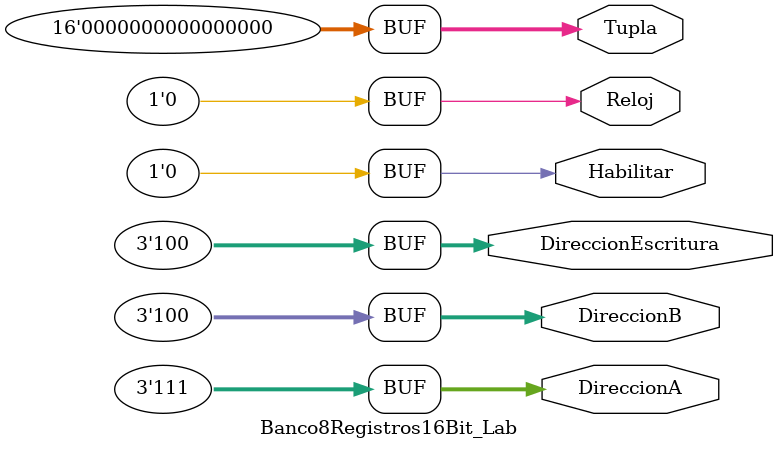
<source format=v>
module Banco8Registros16Bit_Lab (/*AUTOARG*/
   // Outputs
   Tupla, Reloj, Habilitar, DireccionEscritura, DireccionA,
   DireccionB
   ) ;
   output reg [15:0] Tupla;
   output reg Reloj, Habilitar;
   output reg [2:0] DireccionEscritura, DireccionA, DireccionB;

   wire   [15:0] RtaA,RtaB;

   Banco8Registros16Bit 
     BancoPrueba (RtaA,RtaB,Tupla,Reloj,Habilitar,DireccionEscritura,DireccionA,DireccionB);
   initial begin
      Tupla     = 16'h0;
      Reloj     = 1'b0;
      Habilitar = 1'b1;
      DireccionA = 3'b111;
      DireccionB = 3'b100;
   end

   initial begin
      repeat (24) begin
	 #1 Reloj <= ~Reloj;
      end
   end
   
   initial begin
      repeat (16) begin
	 #1 Tupla <= Tupla+1;
      end
   end

   initial begin
      #3 DireccionEscritura = 3'b111;
   end

   initial begin
      #5 DireccionEscritura = 3'b100;
   end
   
   initial begin
      #9 Habilitar = 1'b0;      
   end

   initial begin
      $dumpfile ("Banco8Registros16Bit_Lab.vcd");
      $dumpvars;
   end  
   
endmodule // Banco8Registros16Bit_Lab

</source>
